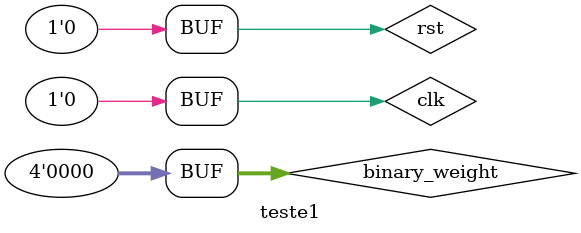
<source format=v>
`timescale 1ns / 1ps


module teste1;

	// Inputs
	reg clk;
	reg rst;
	reg [3:0] binary_weight;

	// Outputs
	wire [6:0] bcd_weight;
	wire [9:0] price;

	// Instantiate the Unit Under Test (UUT)
	bcd_balance uut (
		.clk(clk), 
		.rst(rst), 
		.binary_weight(binary_weight), 
		.bcd_weight(bcd_weight), 
		.price(price)
	);

	initial begin
		// Initialize Inputs
		clk = 0;
		rst = 0;
		binary_weight = 0;

		// Wait 100 ns for global reset to finish
		#100;
        
		// Add stimulus here

	end
      
endmodule


</source>
